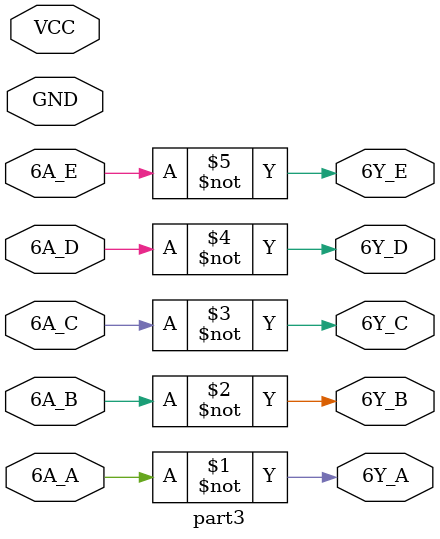
<source format=v>

module part3 (
\6A_A ,
\6Y_A ,
VCC ,
GND ,
\6A_B ,
\6Y_B ,
\6A_C ,
\6Y_C ,
\6A_D ,
\6Y_D ,
\6A_E ,
// note: with space before the nl below
\6Y_E
) ;

input \6A_A ;
output \6Y_A ;
input VCC ;
input GND ;
input \6A_B ;
output \6Y_B ;
input \6A_C ;
output \6Y_C ;
input \6A_D ;
output \6Y_D ;
input \6A_E ;
output \6Y_E ;

assign \6Y_A  = ~\6A_A ;
assign \6Y_B  = ~\6A_B ;
assign \6Y_C  = ~\6A_C ;
assign \6Y_D  = ~\6A_D ;
assign \6Y_E  = ~\6A_E ;

endmodule

</source>
